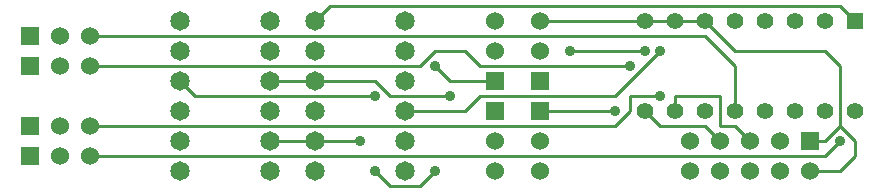
<source format=gbl>
G04 #@! TF.FileFunction,Copper,L2,Bot,Signal*
%FSLAX46Y46*%
G04 Gerber Fmt 4.6, Leading zero omitted, Abs format (unit mm)*
G04 Created by KiCad (PCBNEW 4.0.0-2.201511301920+6191~38~ubuntu14.04.1-stable) date lun. 07 déc. 2015 00:41:56 CET*
%MOMM*%
G01*
G04 APERTURE LIST*
%ADD10C,0.150000*%
%ADD11R,1.524000X1.524000*%
%ADD12C,1.524000*%
%ADD13C,1.651000*%
%ADD14R,1.397000X1.397000*%
%ADD15C,1.397000*%
%ADD16C,0.889000*%
%ADD17C,0.254000*%
G04 APERTURE END LIST*
D10*
D11*
X149860000Y-114300000D03*
D12*
X152400000Y-114300000D03*
X154940000Y-114300000D03*
D11*
X149860000Y-124460000D03*
D12*
X152400000Y-124460000D03*
X154940000Y-124460000D03*
D13*
X162560000Y-113030000D03*
X170180000Y-113030000D03*
X170180000Y-115570000D03*
X162560000Y-115570000D03*
X162560000Y-118110000D03*
X170180000Y-118110000D03*
X170180000Y-120650000D03*
X162560000Y-120650000D03*
X162560000Y-123190000D03*
X170180000Y-123190000D03*
X170180000Y-125730000D03*
X162560000Y-125730000D03*
X181610000Y-115570000D03*
X173990000Y-115570000D03*
X173990000Y-120650000D03*
X181610000Y-120650000D03*
X173990000Y-113030000D03*
X181610000Y-113030000D03*
X173990000Y-118110000D03*
X181610000Y-118110000D03*
X173990000Y-123190000D03*
X181610000Y-123190000D03*
X173990000Y-125730000D03*
X181610000Y-125730000D03*
D11*
X149860000Y-116840000D03*
D12*
X152400000Y-116840000D03*
X154940000Y-116840000D03*
D11*
X189230000Y-118110000D03*
D12*
X189230000Y-115570000D03*
X189230000Y-113030000D03*
D11*
X193040000Y-118110000D03*
D12*
X193040000Y-115570000D03*
X193040000Y-113030000D03*
D11*
X189230000Y-120650000D03*
D12*
X189230000Y-123190000D03*
X189230000Y-125730000D03*
D11*
X193040000Y-120650000D03*
D12*
X193040000Y-123190000D03*
X193040000Y-125730000D03*
D11*
X149860000Y-121920000D03*
D12*
X152400000Y-121920000D03*
X154940000Y-121920000D03*
D14*
X219710000Y-113030000D03*
D15*
X217170000Y-113030000D03*
X214630000Y-113030000D03*
X212090000Y-113030000D03*
X209550000Y-113030000D03*
X207010000Y-113030000D03*
X204470000Y-113030000D03*
X201930000Y-113030000D03*
X201930000Y-120650000D03*
X204470000Y-120650000D03*
X207010000Y-120650000D03*
X209550000Y-120650000D03*
X212090000Y-120650000D03*
X214630000Y-120650000D03*
X217170000Y-120650000D03*
X219710000Y-120650000D03*
D11*
X215900000Y-123190000D03*
D12*
X215900000Y-125730000D03*
X213360000Y-123190000D03*
X213360000Y-125730000D03*
X210820000Y-123190000D03*
X210820000Y-125730000D03*
X208280000Y-123190000D03*
X208280000Y-125730000D03*
X205740000Y-123190000D03*
X205740000Y-125730000D03*
D16*
X199390000Y-120650000D03*
X184150000Y-116840000D03*
X179070000Y-119380000D03*
X195580000Y-115570000D03*
X201930000Y-115570000D03*
X185420000Y-119380000D03*
X177800000Y-123190000D03*
X179070000Y-125730000D03*
X184150000Y-125730000D03*
X203200000Y-115570000D03*
X218440000Y-123190000D03*
X200660000Y-116840000D03*
X203200000Y-119380000D03*
D17*
X194310000Y-120650000D02*
X199390000Y-120650000D01*
X193040000Y-120650000D02*
X194310000Y-120650000D01*
X185420000Y-118110000D02*
X189230000Y-118110000D01*
X184150000Y-116840000D02*
X185420000Y-118110000D01*
X162560000Y-118110000D02*
X163830000Y-119380000D01*
X163830000Y-119380000D02*
X179070000Y-119380000D01*
X208280000Y-121920000D02*
X208280000Y-119380000D01*
X209550000Y-121920000D02*
X208280000Y-121920000D01*
X210820000Y-123190000D02*
X209550000Y-121920000D01*
X204470000Y-119380000D02*
X204470000Y-120650000D01*
X208280000Y-119380000D02*
X204470000Y-119380000D01*
X201930000Y-120650000D02*
X203200000Y-121920000D01*
X207010000Y-121920000D02*
X208280000Y-123190000D01*
X203200000Y-121920000D02*
X207010000Y-121920000D01*
X201930000Y-113030000D02*
X204470000Y-113030000D01*
X204470000Y-113030000D02*
X207010000Y-113030000D01*
X207010000Y-113030000D02*
X209550000Y-115570000D01*
X209550000Y-115570000D02*
X217170000Y-115570000D01*
X193040000Y-113030000D02*
X201930000Y-113030000D01*
X218440000Y-121920000D02*
X219710000Y-123190000D01*
X218440000Y-125730000D02*
X215900000Y-125730000D01*
X219710000Y-124460000D02*
X218440000Y-125730000D01*
X219710000Y-123190000D02*
X219710000Y-124460000D01*
X217170000Y-115570000D02*
X218440000Y-116840000D01*
X218440000Y-116840000D02*
X218440000Y-121920000D01*
X218440000Y-121920000D02*
X217170000Y-123190000D01*
X217170000Y-123190000D02*
X215900000Y-123190000D01*
X194310000Y-114300000D02*
X207010000Y-114300000D01*
X154940000Y-114300000D02*
X194310000Y-114300000D01*
X209550000Y-116840000D02*
X209550000Y-120650000D01*
X207010000Y-114300000D02*
X209550000Y-116840000D01*
X219710000Y-113030000D02*
X218440000Y-111760000D01*
X175260000Y-111760000D02*
X173990000Y-113030000D01*
X218440000Y-111760000D02*
X175260000Y-111760000D01*
X201930000Y-115570000D02*
X195580000Y-115570000D01*
X179070000Y-118110000D02*
X180340000Y-119380000D01*
X180340000Y-119380000D02*
X185420000Y-119380000D01*
X185420000Y-119380000D02*
X185420000Y-119380000D01*
X179070000Y-118110000D02*
X173990000Y-118110000D01*
X170180000Y-118110000D02*
X173990000Y-118110000D01*
X177800000Y-123190000D02*
X173990000Y-123190000D01*
X180340000Y-127000000D02*
X179070000Y-125730000D01*
X182880000Y-127000000D02*
X180340000Y-127000000D01*
X184150000Y-125730000D02*
X182880000Y-127000000D01*
X170180000Y-123190000D02*
X173990000Y-123190000D01*
X187960000Y-119380000D02*
X199390000Y-119380000D01*
X199390000Y-119380000D02*
X203200000Y-115570000D01*
X186690000Y-120650000D02*
X187960000Y-119380000D01*
X186690000Y-120650000D02*
X181610000Y-120650000D01*
X196850000Y-124460000D02*
X217170000Y-124460000D01*
X154940000Y-124460000D02*
X196850000Y-124460000D01*
X217170000Y-124460000D02*
X218440000Y-123190000D01*
X187960000Y-116840000D02*
X200660000Y-116840000D01*
X154940000Y-116840000D02*
X182880000Y-116840000D01*
X186690000Y-115570000D02*
X187960000Y-116840000D01*
X184150000Y-115570000D02*
X186690000Y-115570000D01*
X182880000Y-116840000D02*
X184150000Y-115570000D01*
X200660000Y-119380000D02*
X200660000Y-120650000D01*
X200660000Y-119380000D02*
X203200000Y-119380000D01*
X196850000Y-121920000D02*
X154940000Y-121920000D01*
X196850000Y-121920000D02*
X198120000Y-121920000D01*
X199390000Y-121920000D02*
X198120000Y-121920000D01*
X200660000Y-120650000D02*
X199390000Y-121920000D01*
M02*

</source>
